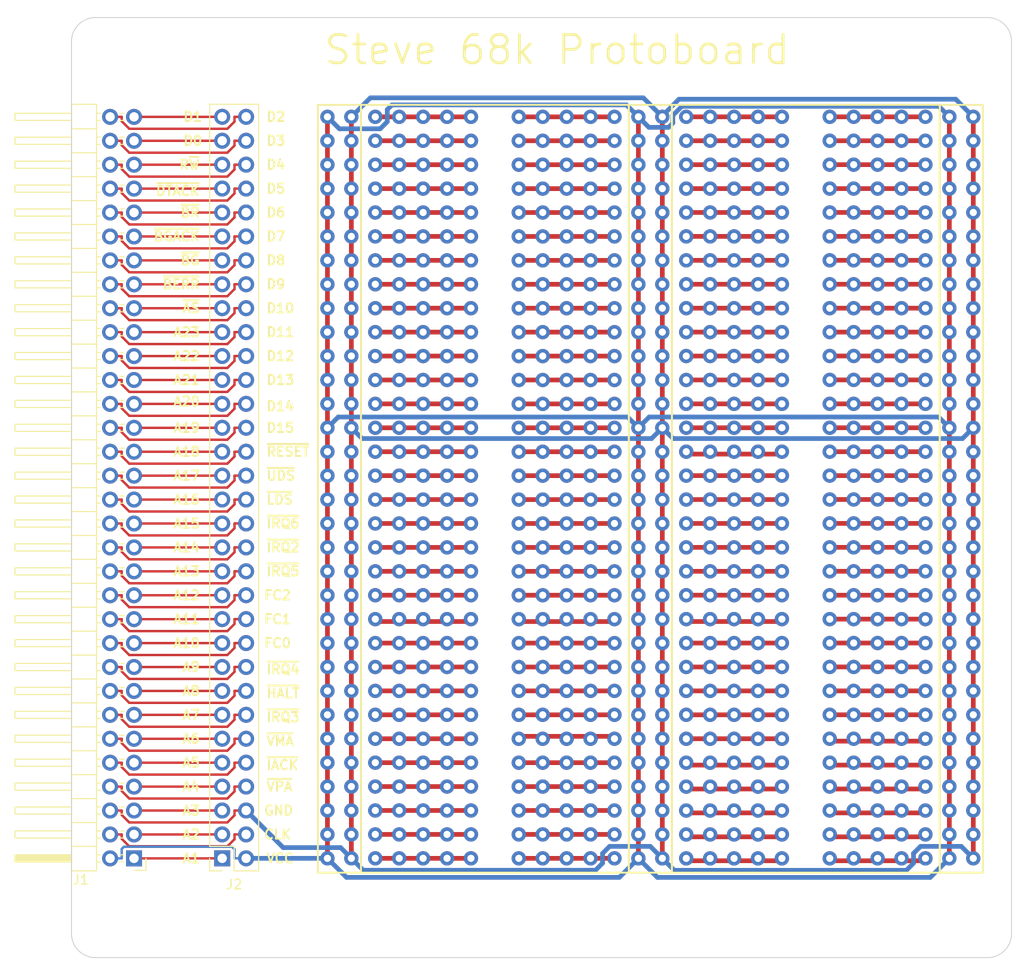
<source format=kicad_pcb>
(kicad_pcb (version 20211014) (generator pcbnew)
  (title_block (title "Minimalist Europe Card Bus (MECB) Board Template") (date "2022-02") (rev "1.0") (company "DigicoolThings.com") (comment 1 "For Minimalist Europe Card Bus (MECB).") (comment 2 "U1 PLD positioning provides for ZIF socket, otherwise change footprint to standard DIP 20.") (comment 3 "Includes a standardised 3 chip-select output PLD Address Decoder. ") (comment 4 "Schematic & standardised PCB outline Templates for creating MECB boards."))
  (layers (0 "F.Cu" signal) (31 "B.Cu" signal) (34 "B.Paste" user) (35 "F.Paste" user) (36 "B.SilkS" user "B.Silkscreen") (37 "F.SilkS" user "F.Silkscreen") (38 "B.Mask" user) (39 "F.Mask" user) (44 "Edge.Cuts" user))
  (net 0 "")
  (net 1 "GND")
  (net 2 "/A1")
  (net 3 "/A2")
  (net 4 "/A3")
  (net 5 "/A4")
  (net 6 "/A5")
  (net 7 "/A6")
  (net 8 "/A7")
  (net 9 "/A8")
  (net 10 "/A9")
  (net 11 "/A10")
  (net 12 "/A11")
  (net 13 "/A12")
  (net 14 "/A13")
  (net 15 "/A14")
  (net 16 "/A15")
  (net 17 "/A16")
  (net 18 "/A17")
  (net 19 "/A18")
  (net 20 "/A19")
  (net 21 "/A20")
  (net 22 "/A21")
  (net 23 "/A22")
  (net 24 "/A23")
  (net 25 "/~{AS}")
  (net 26 "/~{BERR}")
  (net 27 "/~{IRQ3}")
  (net 28 "/~{IRQ5}")
  (net 29 "/CLK")
  (net 30 "/D0")
  (net 31 "/D1")
  (net 32 "/D2")
  (net 33 "/D3")
  (net 34 "/D4")
  (net 35 "/D5")
  (net 36 "/D6")
  (net 37 "/D7")
  (net 38 "/D8")
  (net 39 "/D9")
  (net 40 "/D10")
  (net 41 "/D11")
  (net 42 "/D12")
  (net 43 "/D13")
  (net 44 "/D14")
  (net 45 "/D15")
  (net 46 "/~{UDS}")
  (net 47 "/~{LDS}")
  (net 48 "/R~{W}")
  (net 49 "/~{DTACK}")
  (net 50 "/~{RESET}")
  (net 51 "/~{HALT}")
  (net 52 "/FC0")
  (net 53 "/FC1")
  (net 54 "/FC2")
  (net 55 "/~{BG}")
  (net 56 "/~{BGACK}")
  (net 57 "/~{BR}")
  (net 58 "/~{VMA}")
  (net 59 "/~{VPA}")
  (net 60 "VCC")
  (net 61 "/~{IRQ4}")
  (net 62 "/~{IRQ2}")
  (net 63 "/~{IRQ6}")
  (net 64 "/~{IACK}")
  (footprint "MountingHole:MountingHole_3.2mm_M3" (layer "F.Cu") (at 192.532 50.419)
    (fp_text reference "H1" hide)
    (fp_text value "MountingHole")
  )
  (footprint "MountingHole:MountingHole_3.2mm_M3" (layer "F.Cu") (at 192.532 142.621)
    (fp_text reference "H2" hide)
    (fp_text value "MountingHole")
  )
  (footprint "MountingHole:MountingHole_3.2mm_M3" (layer "F.Cu") (at 106.172 50.419)
    (fp_text reference "H3" hide)
    (fp_text value "MountingHole")
  )
  (footprint "MountingHole:MountingHole_3.2mm_M3" (layer "F.Cu") (at 106.172 142.621)
    (fp_text reference "H4" hide)
    (fp_text value "MountingHole")
  )
  (footprint "Connector_PinSocket_2.54mm:PinSocket_2x32_P2.54mm_Vertical" (layer "F.Cu") (at 112.522 135.89 180)
    (fp_text reference "J2")
    (fp_text value "Conn_02x32_Odd_Even")
  )
  (footprint "Common:Protoboard" (layer "F.Cu") (at 164.338 72.392 90)
    (fp_text reference "REF**" hide)
    (fp_text value "Protoboard" hide)
  )
  (footprint "Common:Protoboard" (layer "F.Cu") (at 184.658 105.406)
    (fp_text reference "REF**" hide)
    (fp_text value "Protoboard" hide)
  )
  (footprint "Common:Protoboard" (layer "F.Cu") (at 169.418 64.77)
    (fp_text reference "REF**" hide)
    (fp_text value "Protoboard" hide)
  )
  (footprint "Common:Protoboard" (layer "F.Cu") (at 169.418 74.928)
    (fp_text reference "REF**" hide)
    (fp_text value "Protoboard" hide)
  )
  (footprint "Common:Protoboard" (layer "F.Cu") (at 136.398 125.73)
    (fp_text reference "REF**" hide)
    (fp_text value "Protoboard" hide)
  )
  (footprint "Common:Protoboard" (layer "F.Cu") (at 151.638 85.094)
    (fp_text reference "REF**" hide)
    (fp_text value "Protoboard" hide)
  )
  (footprint "Common:Protoboard" (layer "F.Cu") (at 164.338 59.692 90)
    (fp_text reference "REF**" hide)
    (fp_text value "Protoboard" hide)
  )
  (footprint "Common:Protoboard" (layer "F.Cu") (at 184.658 74.926)
    (fp_text reference "REF**" hide)
    (fp_text value "Protoboard" hide)
  )
  (footprint "Common:Protoboard" (layer "F.Cu") (at 136.398 110.494)
    (fp_text reference "REF**" hide)
    (fp_text value "Protoboard" hide)
  )
  (footprint "Common:Protoboard" (layer "F.Cu") (at 131.318 123.19 90)
    (fp_text reference "REF**" hide)
    (fp_text value "Protoboard" hide)
  )
  (footprint "Common:Protoboard" (layer "F.Cu") (at 169.418 90.172)
    (fp_text reference "REF**" hide)
    (fp_text value "Protoboard" hide)
  )
  (footprint "Common:Protoboard" (layer "F.Cu") (at 197.36 123.19 90)
    (fp_text reference "REF**" hide)
    (fp_text value "Protoboard" hide)
  )
  (footprint "Common:Protoboard" (layer "F.Cu") (at 151.638 140.972)
    (fp_text reference "REF**" hide)
    (fp_text value "Protoboard" hide)
  )
  (footprint "Common:Protoboard" (layer "F.Cu") (at 184.658 125.728)
    (fp_text reference "REF**" hide)
    (fp_text value "Protoboard" hide)
  )
  (footprint "Common:Protoboard" (layer "F.Cu") (at 164.338 97.792 90)
    (fp_text reference "REF**" hide)
    (fp_text value "Protoboard" hide)
  )
  (footprint "Common:Protoboard" (layer "F.Cu") (at 169.418 110.492)
    (fp_text reference "REF**" hide)
    (fp_text value "Protoboard" hide)
  )
  (footprint "Common:Protoboard" (layer "F.Cu") (at 169.418 100.33)
    (fp_text reference "REF**" hide)
    (fp_text value "Protoboard" hide)
  )
  (footprint "Common:Protoboard" (layer "F.Cu") (at 131.318 85.092 90)
    (fp_text reference "REF**" hide)
    (fp_text value "Protoboard" hide)
  )
  (footprint "Common:Protoboard" (layer "F.Cu") (at 136.398 90.174)
    (fp_text reference "REF**" hide)
    (fp_text value "Protoboard" hide)
  )
  (footprint "Common:Protoboard" (layer "F.Cu") (at 151.638 90.176)
    (fp_text reference "REF**" hide)
    (fp_text value "Protoboard" hide)
  )
  (footprint "Common:Protoboard" (layer "F.Cu") (at 136.398 140.97)
    (fp_text reference "REF**" hide)
    (fp_text value "Protoboard" hide)
  )
  (footprint "Common:Protoboard" (layer "F.Cu") (at 136.398 130.812)
    (fp_text reference "REF**" hide)
    (fp_text value "Protoboard" hide)
  )
  (footprint "Common:Protoboard" (layer "F.Cu") (at 151.638 120.654)
    (fp_text reference "REF**" hide)
    (fp_text value "Protoboard" hide)
  )
  (footprint "Common:quad" (layer "F.Cu") (at 189.738 140.972)
    (fp_text reference "REF**" hide)
    (fp_text value "quad" hide)
  )
  (footprint "Common:Protoboard" (layer "F.Cu") (at 151.638 130.814)
    (fp_text reference "REF**" hide)
    (fp_text value "Protoboard" hide)
  )
  (footprint "Common:Protoboard" (layer "F.Cu") (at 197.36 59.69 90)
    (fp_text reference "REF**" hide)
    (fp_text value "Protoboard" hide)
  )
  (footprint "Common:Protoboard" (layer "F.Cu") (at 151.638 135.89)
    (fp_text reference "REF**" hide)
    (fp_text value "Protoboard" hide)
  )
  (footprint "Common:Protoboard" (layer "F.Cu") (at 197.36 85.09 90)
    (fp_text reference "REF**" hide)
    (fp_text value "Protoboard" hide)
  )
  (footprint "Common:Protoboard" (layer "F.Cu") (at 169.418 120.65)
    (fp_text reference "REF**" hide)
    (fp_text value "Protoboard" hide)
  )
  (footprint "Common:quad" (layer "F.Cu") (at 123.698 140.97)
    (fp_text reference "RAIL1" hide)
    (fp_text value "quad" hide)
  )
  (footprint "Common:Protoboard" (layer "F.Cu") (at 136.398 115.57)
    (fp_text reference "REF**" hide)
    (fp_text value "Protoboard" hide)
  )
  (footprint "Common:Protoboard" (layer "F.Cu") (at 197.36 97.79 90)
    (fp_text reference "REF**" hide)
    (fp_text value "Protoboard" hide)
  )
  (footprint "Common:Protoboard" (layer "F.Cu") (at 151.638 110.496)
    (fp_text reference "REF**" hide)
    (fp_text value "Protoboard" hide)
  )
  (footprint "Common:Protoboard" (layer "F.Cu") (at 184.658 130.812)
    (fp_text reference "REF**" hide)
    (fp_text value "Protoboard" hide)
  )
  (footprint "Common:Protoboard" (layer "F.Cu") (at 151.638 100.334)
    (fp_text reference "REF**" hide)
    (fp_text value "Protoboard" hide)
  )
  (footprint "Common:Protoboard" (layer "F.Cu") (at 136.398 120.652)
    (fp_text reference "REF**" hide)
    (fp_text value "Protoboard" hide)
  )
  (footprint "Common:Protoboard" (layer "F.Cu") (at 184.658 85.09)
    (fp_text reference "REF**" hide)
    (fp_text value "Protoboard" hide)
  )
  (footprint "Common:Protoboard" (layer "F.Cu") (at 136.398 135.888)
    (fp_text reference "REF**" hide)
    (fp_text value "Protoboard" hide)
  )
  (footprint "Common:Protoboard" (layer "F.Cu") (at 136.398 85.092)
    (fp_text reference "REF**" hide)
    (fp_text value "Protoboard" hide)
  )
  (footprint "Connector_PinHeader_2.54mm:PinHeader_2x32_P2.54mm_Horizontal" (layer "F.Cu") (at 103.16 135.895 180)
    (fp_text reference "J1")
    (fp_text value "Conn_02x32_Odd_Even")
  )
  (footprint "Common:Protoboard" (layer "F.Cu") (at 184.658 90.166)
    (fp_text reference "REF**" hide)
    (fp_text value "Protoboard" hide)
  )
  (footprint "Common:Protoboard" (layer "F.Cu") (at 131.318 59.692 90)
    (fp_text reference "REF**" hide)
    (fp_text value "Protoboard" hide)
  )
  (footprint "Common:Protoboard" (layer "F.Cu") (at 184.658 80.008)
    (fp_text reference "REF**" hide)
    (fp_text value "Protoboard" hide)
  )
  (footprint "Common:Protoboard" (layer "F.Cu") (at 184.658 140.972)
    (fp_text reference "REF**" hide)
    (fp_text value "Protoboard" hide)
  )
  (footprint "Common:Protoboard" (layer "F.Cu") (at 184.658 115.57)
    (fp_text reference "REF**" hide)
    (fp_text value "Protoboard" hide)
  )
  (footprint "Common:Protoboard" (layer "F.Cu") (at 197.36 72.39 90)
    (fp_text reference "REF**" hide)
    (fp_text value "Protoboard" hide)
  )
  (footprint "Common:Protoboard" (layer "F.Cu") (at 136.398 74.93)
    (fp_text reference "REF**" hide)
    (fp_text value "Protoboard" hide)
  )
  (footprint "Common:Protoboard" (layer "F.Cu") (at 131.318 97.792 90)
    (fp_text reference "REF**" hide)
    (fp_text value "Protoboard" hide)
  )
  (footprint "Common:Protoboard" (layer "F.Cu") (at 136.398 64.772)
    (fp_text reference "REF**" hide)
    (fp_text value "Protoboard" hide)
  )
  (footprint "Common:Protoboard" (layer "F.Cu") (at 136.398 105.412)
    (fp_text reference "REF**" hide)
    (fp_text value "Protoboard" hide)
  )
  (footprint "Common:Protoboard" (layer "F.Cu") (at 184.658 69.85)
    (fp_text reference "REF**" hide)
    (fp_text value "Protoboard" hide)
  )
  (footprint "Common:Protoboard" (layer "F.Cu") (at 169.418 80.01)
    (fp_text reference "REF**" hide)
    (fp_text value "Protoboard" hide)
  )
  (footprint "Common:Protoboard" (layer "F.Cu") (at 136.398 80.012)
    (fp_text reference "REF**" hide)
    (fp_text value "Protoboard" hide)
  )
  (footprint "Common:Protoboard" (layer "F.Cu") (at 164.338 85.092 90)
    (fp_text reference "REF**" hide)
    (fp_text value "Protoboard" hide)
  )
  (footprint "Common:Protoboard" (layer "F.Cu") (at 184.658 120.646)
    (fp_text reference "REF**" hide)
    (fp_text value "Protoboard" hide)
  )
  (footprint "Common:Protoboard" (layer "F.Cu") (at 169.418 85.09)
    (fp_text reference "REF**" hide)
    (fp_text value "Protoboard" hide)
  )
  (footprint "Common:Protoboard" (layer "F.Cu") (at 151.638 115.572)
    (fp_text reference "REF**" hide)
    (fp_text value "Protoboard" hide)
  )
  (footprint "Common:Protoboard" (layer "F.Cu") (at 151.638 95.252)
    (fp_text reference "REF**" hide)
    (fp_text value "Protoboard" hide)
  )
  (footprint "Common:Protoboard" (layer "F.Cu") (at 169.418 105.41)
    (fp_text reference "REF**" hide)
    (fp_text value "Protoboard" hide)
  )
  (footprint "Common:Protoboard" (layer "F.Cu") (at 169.418 135.896)
    (fp_text reference "REF**" hide)
    (fp_text value "Protoboard" hide)
  )
  (footprint "Common:Protoboard" (layer "F.Cu") (at 169.418 140.976)
    (fp_text reference "REF**" hide)
    (fp_text value "Protoboard" hide)
  )
  (footprint "Common:Protoboard" (layer "F.Cu") (at 136.398 69.854)
    (fp_text reference "REF**" hide)
    (fp_text value "Protoboard" hide)
  )
  (footprint "Common:Protoboard" (layer "F.Cu") (at 184.658 135.892)
    (fp_text reference "REF**" hide)
    (fp_text value "Protoboard" hide)
  )
  (footprint "Common:Protoboard" (layer "F.Cu") (at 151.638 80.014)
    (fp_text reference "REF**" hide)
    (fp_text value "Protoboard" hide)
  )
  (footprint "Common:Protoboard" (layer "F.Cu") (at 169.418 130.816)
    (fp_text reference "REF**" hide)
    (fp_text value "Protoboard" hide)
  )
  (footprint "Common:Protoboard" (layer "F.Cu") (at 151.638 74.932)
    (fp_text reference "REF**" hide)
    (fp_text value "Protoboard" hide)
  )
  (footprint "Common:Protoboard" (layer "F.Cu") (at 184.658 64.77)
    (fp_text reference "REF**" hide)
    (fp_text value "Protoboard" hide)
  )
  (footprint "Common:Protoboard" (layer "F.Cu") (at 164.34 123.19 90)
    (fp_text reference "REF**" hide)
    (fp_text value "Protoboard" hide)
  )
  (footprint "Common:Protoboard" (layer "F.Cu") (at 151.638 105.414)
    (fp_text reference "REF**" hide)
    (fp_text value "Protoboard" hide)
  )
  (footprint "Common:Protoboard" (layer "F.Cu") (at 164.34 110.49 90)
    (fp_text reference "REF**" hide)
    (fp_text value "Protoboard" hide)
  )
  (footprint "Common:Protoboard" (layer "F.Cu") (at 151.638 64.772)
    (fp_text reference "REF**" hide)
    (fp_text value "Protoboard" hide)
  )
  (footprint "Common:Protoboard" (layer "F.Cu") (at 131.318 110.492 90)
    (fp_text reference "REF**" hide)
    (fp_text value "Protoboard" hide)
  )
  (footprint "Common:Protoboard" (layer "F.Cu") (at 169.418 69.852)
    (fp_text reference "REF**" hide)
    (fp_text value "Protoboard" hide)
  )
  (footprint "Common:Protoboard" (layer "F.Cu") (at 184.658 95.248)
    (fp_text reference "REF**" hide)
    (fp_text value "Protoboard" hide)
  )
  (footprint "Common:Protoboard" (layer "F.Cu") (at 169.418 125.73)
    (fp_text reference "REF**" hide)
    (fp_text value "Protoboard" hide)
  )
  (footprint "Common:Protoboard" (layer "F.Cu") (at 184.658 100.33)
    (fp_text reference "REF**" hide)
    (fp_text value "Protoboard" hide)
  )
  (footprint "Common:Protoboard" (layer "F.Cu") (at 184.658 110.488)
    (fp_text reference "REF**" hide)
    (fp_text value "Protoboard" hide)
  )
  (footprint "Common:Protoboard" (layer "F.Cu") (at 169.418 95.248)
    (fp_text reference "REF**" hide)
    (fp_text value "Protoboard" hide)
  )
  (footprint "Common:Protoboard" (layer "F.Cu") (at 151.638 125.73)
    (fp_text reference "REF**" hide)
    (fp_text value "Protoboard" hide)
  )
  (footprint "Common:Protoboard" (layer "F.Cu") (at 197.36 110.49 90)
    (fp_text reference "REF**" hide)
    (fp_text value "Protoboard" hide)
  )
  (footprint "Common:Protoboard" (layer "F.Cu") (at 136.398 100.332)
    (fp_text reference "REF**" hide)
    (fp_text value "Protoboard" hide)
  )
  (footprint "Common:quad" (layer "F.Cu") (at 156.718 140.974)
    (fp_text reference "REF**" hide)
    (fp_text value "quad" hide)
  )
  (footprint "Common:Protoboard" (layer "F.Cu") (at 169.418 115.568)
    (fp_text reference "REF**" hide)
    (fp_text value "Protoboard" hide)
  )
  (footprint "Common:Protoboard" (layer "F.Cu") (at 151.638 69.856)
    (fp_text reference "REF**" hide)
    (fp_text value "Protoboard" hide)
  )
  (footprint "Common:Protoboard" (layer "F.Cu") (at 136.398 95.25)
    (fp_text reference "REF**" hide)
    (fp_text value "Protoboard" hide)
  )
  (footprint "Common:Protoboard" (layer "F.Cu") (at 131.318 72.392 90)
    (fp_text reference "REF**" hide)
    (fp_text value "Protoboard" hide)
  )
  (gr_rect (start 127.254 55.88) (end 155.702 137.414) (layer "F.SilkS") (width 0.2) (fill none))
  (gr_rect (start 155.702 55.88) (end 160.274 137.414) (layer "F.SilkS") (width 0.2) (fill none))
  (gr_rect (start 122.682 55.88) (end 127.254 137.414) (layer "F.SilkS") (width 0.2) (fill none))
  (gr_rect (start 188.722 55.88) (end 193.294 137.414) (layer "F.SilkS") (width 0.2) (fill none))
  (gr_rect (start 160.274 55.88) (end 188.722 137.414) (layer "F.SilkS") (width 0.2) (fill none))
  (gr_arc (start 196.342 143.891) (mid 195.598051 145.687051) (end 193.802 146.431) (layer "Edge.Cuts") (width 0.1))
  (gr_line (start 193.802 46.609) (end 99.06 46.609) (layer "Edge.Cuts") (width 0.1))
  (gr_arc (start 193.802 46.609) (mid 195.598051 47.352949) (end 196.342 49.149) (layer "Edge.Cuts") (width 0.1))
  (gr_line (start 196.342 143.891) (end 196.342 49.149) (layer "Edge.Cuts") (width 0.1))
  (gr_line (start 99.06 146.431) (end 193.802 146.431) (layer "Edge.Cuts") (width 0.1))
  (gr_arc (start 96.52 49.149) (mid 97.263949 47.352949) (end 99.06 46.609) (layer "Edge.Cuts") (width 0.1))
  (gr_line (start 96.52 49.149) (end 96.52 143.891) (layer "Edge.Cuts") (width 0.1))
  (gr_arc (start 99.06 146.431) (mid 97.263949 145.687051) (end 96.52 143.891) (layer "Edge.Cuts") (width 0.1))
  (gr_text "A1" (at 110.256 135.89) (layer "F.SilkS") (effects (font (size 1 1) (thickness 0.2)) (justify right)))
  (gr_text "R~{W}" (at 110.256 62.23) (layer "F.SilkS") (effects (font (size 1 1) (thickness 0.2)) (justify right)))
  (gr_text "A14" (at 110.256 102.87) (layer "F.SilkS") (effects (font (size 1 1) (thickness 0.2)) (justify right)))
  (gr_text "A23" (at 110.256 80.01) (layer "F.SilkS") (effects (font (size 1 1) (thickness 0.2)) (justify right)))
  (gr_text "~{IRQ4}" (at 117.114 115.824) (layer "F.SilkS") (effects (font (size 1 1) (thickness 0.2)) (justify left)))
  (gr_text "GND" (at 116.86 130.81) (layer "F.SilkS") (effects (font (size 1 1) (thickness 0.2)) (justify left)))
  (gr_text "A6" (at 110.256 123.19) (layer "F.SilkS") (effects (font (size 1 1) (thickness 0.2)) (justify right)))
  (gr_text "D9" (at 117.114 74.93) (layer "F.SilkS") (effects (font (size 1 1) (thickness 0.2)) (justify left)))
  (gr_text "D12" (at 117.114 82.55) (layer "F.SilkS") (effects (font (size 1 1) (thickness 0.2)) (justify left)))
  (gr_text "A13" (at 110.256 105.41) (layer "F.SilkS") (effects (font (size 1 1) (thickness 0.2)) (justify right)))
  (gr_text "A17" (at 110.256 95.25) (layer "F.SilkS") (effects (font (size 1 1) (thickness 0.2)) (justify right)))
  (gr_text "A5" (at 110.256 125.73) (layer "F.SilkS") (effects (font (size 1 1) (thickness 0.2)) (justify right)))
  (gr_text "D5" (at 117.114 64.77) (layer "F.SilkS") (effects (font (size 1 1) (thickness 0.2)) (justify left)))
  (gr_text "A2" (at 110.256 133.35) (layer "F.SilkS") (effects (font (size 1 1) (thickness 0.2)) (justify right)))
  (gr_text "~{LDS}" (at 117.114 97.79) (layer "F.SilkS") (effects (font (size 1 1) (thickness 0.2)) (justify left)))
  (gr_text "A11" (at 110.256 110.49) (layer "F.SilkS") (effects (font (size 1 1) (thickness 0.2)) (justify right)))
  (gr_text "~{IRQ6}" (at 117.114 100.33) (layer "F.SilkS") (effects (font (size 1 1) (thickness 0.2)) (justify left)))
  (gr_text "D2" (at 117.114 57.15) (layer "F.SilkS") (effects (font (size 1 1) (thickness 0.2)) (justify left)))
  (gr_text "~{HALT}" (at 117.114 118.364) (layer "F.SilkS") (effects (font (size 1 1) (thickness 0.2)) (justify left)))
  (gr_text "VCC" (at 117.114 135.89) (layer "F.SilkS") (effects (font (size 1 1) (thickness 0.2)) (justify left)))
  (gr_text "A18" (at 110.256 92.71) (layer "F.SilkS") (effects (font (size 1 1) (thickness 0.2)) (justify right)))
  (gr_text "~{IRQ5}" (at 117.114 105.41) (layer "F.SilkS") (effects (font (size 1 1) (thickness 0.2)) (justify left)))
  (gr_text "A12" (at 110.256 107.95) (layer "F.SilkS") (effects (font (size 1 1) (thickness 0.2)) (justify right)))
  (gr_text "FC2" (at 116.86 107.95) (layer "F.SilkS") (effects (font (size 1 1) (thickness 0.2)) (justify left)))
  (gr_text "A15" (at 110.256 100.33) (layer "F.SilkS") (effects (font (size 1 1) (thickness 0.2)) (justify right)))
  (gr_text "~{AS}" (at 110.256 77.47) (layer "F.SilkS") (effects (font (size 1 1) (thickness 0.2)) (justify right)))
  (gr_text "FC0" (at 116.86 113.03) (layer "F.SilkS") (effects (font (size 1 1) (thickness 0.2)) (justify left)))
  (gr_text "D8" (at 117.114 72.39) (layer "F.SilkS") (effects (font (size 1 1) (thickness 0.2)) (justify left)))
  (gr_text "A20" (at 110.256 87.376) (layer "F.SilkS") (effects (font (size 1 1) (thickness 0.2)) (justify right)))
  (gr_text "~{IRQ2}" (at 117.114 102.87) (layer "F.SilkS") (effects (font (size 1 1) (thickness 0.2)) (justify left)))
  (gr_text "FC1" (at 116.86 110.49) (layer "F.SilkS") (effects (font (size 1 1) (thickness 0.2)) (justify left)))
  (gr_text "~{RESET}" (at 117.114 92.71) (layer "F.SilkS") (effects (font (size 1 1) (thickness 0.2)) (justify left)))
  (gr_text "~{BG}" (at 110.256 72.39) (layer "F.SilkS") (effects (font (size 1 1) (thickness 0.2)) (justify right)))
  (gr_text "D6" (at 117.114 67.31) (layer "F.SilkS") (effects (font (size 1 1) (thickness 0.2)) (justify left)))
  (gr_text "A21" (at 110.256 85.09) (layer "F.SilkS") (effects (font (size 1 1) (thickness 0.2)) (justify right)))
  (gr_text "D10" (at 117.114 77.47) (layer "F.SilkS") (effects (font (size 1 1) (thickness 0.2)) (justify left)))
  (gr_text "~{UDS}" (at 117.114 95.25) (layer "F.SilkS") (effects (font (size 1 1) (thickness 0.2)) (justify left)))
  (gr_text "A8" (at 110.256 118.11) (layer "F.SilkS") (effects (font (size 1 1) (thickness 0.2)) (justify right)))
  (gr_text "D3" (at 117.114 59.69) (layer "F.SilkS") (effects (font (size 1 1) (thickness 0.2)) (justify left)))
  (gr_text "D11" (at 117.114 80.01) (layer "F.SilkS") (effects (font (size 1 1) (thickness 0.2)) (justify left)))
  (gr_text "~{IACK}" (at 117.114 125.984) (layer "F.SilkS") (effects (font (size 1 1) (thickness 0.2)) (justify left)))
  (gr_text "D14" (at 117.114 87.884) (layer "F.SilkS") (effects (font (size 1 1) (thickness 0.2)) (justify left)))
  (gr_text "A4" (at 110.256 128.27) (layer "F.SilkS") (effects (font (size 1 1) (thickness 0.2)) (justify right)))
  (gr_text "~{VPA}" (at 117.114 128.27) (layer "F.SilkS") (effects (font (size 1 1) (thickness 0.2)) (justify left)))
  (gr_text "D1" (at 110.51 57.15) (layer "F.SilkS") (effects (font (size 1 1) (thickness 0.2)) (justify right)))
  (gr_text "~{DTACK}" (at 110.256 65.024) (layer "F.SilkS") (effects (font (size 1 1) (thickness 0.2)) (justify right)))
  (gr_text "Steve 68k Protoboard" (at 148.082 50.038) (layer "F.SilkS") (effects (font (size 3 3) (thickness 0.3))))
  (gr_text "~{VMA}" (at 117.114 123.444) (layer "F.SilkS") (effects (font (size 1 1) (thickness 0.2)) (justify left)))
  (gr_text "A7" (at 110.256 120.65) (layer "F.SilkS") (effects (font (size 1 1) (thickness 0.2)) (justify right)))
  (gr_text "A9" (at 110.256 115.57) (layer "F.SilkS") (effects (font (size 1 1) (thickness 0.2)) (justify right)))
  (gr_text "~{IRQ3}" (at 117.114 120.904) (layer "F.SilkS") (effects (font (size 1 1) (thickness 0.2)) (justify left)))
  (gr_text "D0" (at 110.51 59.69) (layer "F.SilkS") (effects (font (size 1 1) (thickness 0.2)) (justify right)))
  (gr_text "A22" (at 110.256 82.55) (layer "F.SilkS") (effects (font (size 1 1) (thickness 0.2)) (justify right)))
  (gr_text "D4" (at 117.114 62.23) (layer "F.SilkS") (effects (font (size 1 1) (thickness 0.2)) (justify left)))
  (gr_text "D7" (at 117.114 69.85) (layer "F.SilkS") (effects (font (size 1 1) (thickness 0.2)) (justify left)))
  (gr_text "A10" (at 110.256 113.03) (layer "F.SilkS") (effects (font (size 1 1) (thickness 0.2)) (justify right)))
  (gr_text "A19" (at 110.256 90.17) (layer "F.SilkS") (effects (font (size 1 1) (thickness 0.2)) (justify right)))
  (gr_text "A3" (at 110.256 130.81) (layer "F.SilkS") (effects (font (size 1 1) (thickness 0.2)) (justify right)))
  (gr_text "~{BERR}" (at 110.256 74.93) (layer "F.SilkS") (effects (font (size 1 1) (thickness 0.2)) (justify right)))
  (gr_text "~{BR}" (at 110.256 67.31) (layer "F.SilkS") (effects (font (size 1 1) (thickness 0.2)) (justify right)))
  (gr_text "CLK" (at 116.86 133.35) (layer "F.SilkS") (effects (font (size 1 1) (thickness 0.2)) (justify left)))
  (gr_text "D15" (at 117.114 90.17) (layer "F.SilkS") (effects (font (size 1 1) (thickness 0.2)) (justify left)))
  (gr_text "A16" (at 110.256 97.79) (layer "F.SilkS") (effects (font (size 1 1) (thickness 0.2)) (justify right)))
  (gr_text "~{BGACK}" (at 110.256 69.85) (layer "F.SilkS") (effects (font (size 1 1) (thickness 0.2)) (justify right)))
  (gr_text "D13" (at 117.114 85.09) (layer "F.SilkS") (effects (font (size 1 1) (thickness 0.2)) (justify left)))
  (segment (start 128.778 85.094) (end 138.938 85.094) (width 0.5) (layer "F.Cu") (net 0))
  (segment (start 177.038 67.306) (end 187.198 67.306) (width 0.5) (layer "F.Cu") (net 0))
  (segment (start 144.018 82.556) (end 154.178 82.556) (width 0.5) (layer "F.Cu") (net 0))
  (segment (start 128.778 64.774) (end 138.938 64.774) (width 0.5) (layer "F.Cu") (net 0))
  (segment (start 144.018 100.334) (end 154.178 100.334) (width 0.5) (layer "F.Cu") (net 0))
  (segment (start 177.038 62.23) (end 187.198 62.23) (width 0.5) (layer "F.Cu") (net 0))
  (segment (start 144.018 122.936) (end 154.178 122.936) (width 0.5) (layer "F.Cu") (net 0))
  (segment (start 128.778 125.732) (end 138.938 125.732) (width 0.5) (layer "F.Cu") (net 0))
  (segment (start 128.778 77.472) (end 138.938 77.472) (width 0.5) (layer "F.Cu") (net 0))
  (segment (start 128.778 67.31) (end 138.938 67.31) (width 0.5) (layer "F.Cu") (net 0))
  (segment (start 161.798 67.308) (end 171.958 67.308) (width 0.5) (layer "F.Cu") (net 0))
  (segment (start 144.018 118.11) (end 154.178 118.11) (width 0.5) (layer "F.Cu") (net 0))
  (segment (start 161.798 77.47) (end 171.958 77.47) (width 0.5) (layer "F.Cu") (net 0))
  (segment (start 161.798 72.39) (end 171.958 72.39) (width 0.5) (layer "F.Cu") (net 0))
  (segment (start 177.038 77.47) (end 187.198 77.47) (width 0.5) (layer "F.Cu") (net 0))
  (segment (start 144.018 69.852) (end 154.178 69.852) (width 0.5) (layer "F.Cu") (net 0))
  (segment (start 144.018 85.096) (end 154.178 85.096) (width 0.5) (layer "F.Cu") (net 0))
  (segment (start 128.778 100.332) (end 138.938 100.332) (width 0.5) (layer "F.Cu") (net 0))
  (segment (start 161.798 125.988) (end 171.958 125.988) (width 0.5) (layer "F.Cu") (net 0))
  (segment (start 161.798 136.146) (end 171.958 136.146) (width 0.5) (layer "F.Cu") (net 0))
  (segment (start 161.798 97.79) (end 171.958 97.79) (width 0.5) (layer "F.Cu") (net 0))
  (segment (start 161.798 120.65) (end 171.958 120.65) (width 0.5) (layer "F.Cu") (net 0))
  (segment (start 128.778 135.89) (end 138.938 135.89) (width 0.5) (layer "F.Cu") (net 0))
  (segment (start 177.038 102.868) (end 187.198 102.868) (width 0.5) (layer "F.Cu") (net 0))
  (segment (start 144.018 74.934) (end 154.178 74.934) (width 0.5) (layer "F.Cu") (net 0))
  (segment (start 161.798 128.524) (end 171.958 128.524) (width 0.5) (layer "F.Cu") (net 0))
  (segment (start 128.778 128.268) (end 138.938 128.268) (width 0.5) (layer "F.Cu") (net 0))
  (segment (start 128.778 102.874) (end 138.938 102.874) (width 0.5) (layer "F.Cu") (net 0))
  (segment (start 177.038 95.25) (end 187.198 95.25) (width 0.5) (layer "F.Cu") (net 0))
  (segment (start 144.018 115.574) (end 154.178 115.574) (width 0.5) (layer "F.Cu") (net 0))
  (segment (start 128.778 87.63) (end 138.938 87.63) (width 0.5) (layer "F.Cu") (net 0))
  (segment (start 144.018 102.876) (end 154.178 102.876) (width 0.5) (layer "F.Cu") (net 0))
  (segment (start 161.798 64.772) (end 171.958 64.772) (width 0.5) (layer "F.Cu") (net 0))
  (segment (start 161.798 123.19) (end 171.958 123.19) (width 0.5) (layer "F.Cu") (net 0))
  (segment (start 161.798 107.948) (end 171.958 107.948) (width 0.5) (layer "F.Cu") (net 0))
  (segment (start 177.292 131.064) (end 187.452 131.064) (width 0.5) (layer "F.Cu") (net 0))
  (segment (start 161.798 118.11) (end 171.958 118.11) (width 0.5) (layer "F.Cu") (net 0))
  (segment (start 128.778 123.192) (end 138.938 123.192) (width 0.5) (layer "F.Cu") (net 0))
  (segment (start 128.778 115.572) (end 138.938 115.572) (width 0.5) (layer "F.Cu") (net 0))
  (segment (start 177.038 107.95) (end 187.198 107.95) (width 0.5) (layer "F.Cu") (net 0))
  (segment (start 144.018 128.27) (end 154.178 128.27) (width 0.5) (layer "F.Cu") (net 0))
  (segment (start 128.778 74.932) (end 138.938 74.932) (width 0.5) (layer "F.Cu") (net 0))
  (segment (start 162.306 57.15) (end 172.466 57.15) (width 0.5) (layer "F.Cu") (net 0))
  (segment (start 161.798 85.092) (end 171.958 85.092) (width 0.5) (layer "F.Cu") (net 0))
  (segment (start 177.038 97.786) (end 187.198 97.786) (width 0.5) (layer "F.Cu") (net 0))
  (segment (start 144.018 80.014) (end 154.178 80.014) (width 0.5) (layer "F.Cu") (net 0))
  (segment (start 154.178 92.714) (end 144.018 92.714) (width 0.5) (layer "F.Cu") (net 0))
  (segment (start 161.798 82.552) (end 171.958 82.552) (width 0.5) (layer "F.Cu") (net 0))
  (segment (start 161.798 80.01) (end 171.958 80.01) (width 0.5) (layer "F.Cu") (net 0))
  (segment (start 144.018 64.776) (end 154.178 64.776) (width 0.5) (layer "F.Cu") (net 0))
  (segment (start 144.018 87.632) (end 154.178 87.632) (width 0.5) (layer "F.Cu") (net 0))
  (segment (start 161.798 95.25) (end 171.958 95.25) (width 0.5) (layer "F.Cu") (net 0))
  (segment (start 177.546 57.15) (end 187.706 57.15) (width 0.5) (layer "F.Cu") (net 0))
  (segment (start 128.778 113.032) (end 138.938 113.032) (width 0.5) (layer "F.Cu") (net 0))
  (segment (start 161.798 102.872) (end 171.958 102.872) (width 0.5) (layer "F.Cu") (net 0))
  (segment (start 144.018 107.952) (end 154.178 107.952) (width 0.5) (layer "F.Cu") (net 0))
  (segment (start 161.798 92.964) (end 171.958 92.964) (width 0.5) (layer "F.Cu") (net 0))
  (segment (start 128.778 110.744) (end 138.938 110.744) (width 0.5) (layer "F.Cu") (net 0))
  (segment (start 144.018 67.312) (end 154.178 67.312) (width 0.5) (layer "F.Cu") (net 0))
  (segment (start 144.018 105.416) (end 154.178 105.416) (width 0.5) (layer "F.Cu") (net 0))
  (segment (start 177.292 136.146) (end 187.452 136.146) (width 0.5) (layer "F.Cu") (net 0))
  (segment (start 144.018 62.236) (end 154.178 62.236) (width 0.5) (layer "F.Cu") (net 0))
  (segment (start 144.018 90.172) (end 154.178 90.172) (width 0.5) (layer "F.Cu") (net 0))
  (segment (start 128.778 69.85) (end 138.938 69.85) (width 0.5) (layer "F.Cu") (net 0))
  (segment (start 128.778 90.17) (end 138.938 90.17) (width 0.5) (layer "F.Cu") (net 0))
  (segment (start 128.778 80.012) (end 138.938 80.012) (width 0.5) (layer "F.Cu") (net 0))
  (segment (start 161.798 110.742) (end 171.958 110.742) (width 0.5) (layer "F.Cu") (net 0))
  (segment (start 144.018 130.81) (end 154.178 130.81) (width 0.5) (layer "F.Cu") (net 0))
  (segment (start 177.038 115.566) (end 187.198 115.566) (width 0.5) (layer "F.Cu") (net 0))
  (segment (start 177.292 123.448) (end 187.452 123.448) (width 0.5) (layer "F.Cu") (net 0))
  (segment (start 144.018 110.746) (end 154.178 110.746) (width 0.5) (layer "F.Cu") (net 0))
  (segment (start 161.798 74.93) (end 171.958 74.93) (width 0.5) (layer "F.Cu") (net 0))
  (segment (start 177.038 92.71) (end 187.198 92.71) (width 0.5) (layer "F.Cu") (net 0))
  (segment (start 161.798 59.69) (end 171.958 59.69) (width 0.5) (layer "F.Cu") (net 0))
  (segment (start 177.038 105.408) (end 187.198 105.408) (width 0.5) (layer "F.Cu") (net 0))
  (segment (start 144.018 125.734) (end 154.178 125.734) (width 0.5) (layer "F.Cu") (net 0))
  (segment (start 128.778 72.392) (end 138.938 72.392) (width 0.5) (layer "F.Cu") (net 0))
  (segment (start 161.798 69.848) (end 171.958 69.848) (width 0.5) (layer "F.Cu") (net 0))
  (segment (start 128.778 92.712) (end 138.938 92.712) (width 0.5) (layer "F.Cu") (net 0))
  (segment (start 128.778 97.792) (end 138.938 97.792) (width 0.5) (layer "F.Cu") (net 0))
  (segment (start 144.018 57.152) (end 154.178 57.152) (width 0.5) (layer "F.Cu") (net 0))
  (segment (start 128.778 107.95) (end 138.938 107.95) (width 0.5) (layer "F.Cu") (net 0))
  (segment (start 144.018 97.794) (end 154.178 97.794) (width 0.5) (layer "F.Cu") (net 0))
  (segment (start 161.798 131.064) (end 171.958 131.064) (width 0.5) (layer "F.Cu") (net 0))
  (segment (start 177.038 64.77) (end 187.198 64.77) (width 0.5) (layer "F.Cu") (net 0))
  (segment (start 144.018 59.692) (end 154.178 59.692) (width 0.5) (layer "F.Cu") (net 0))
  (segment (start 161.798 113.03) (end 171.958 113.03) (width 0.5) (layer "F.Cu") (net 0))
  (segment (start 177.292 133.606) (end 187.452 133.606) (width 0.5) (layer "F.Cu") (net 0))
  (segment (start 177.038 113.026) (end 187.198 113.026) (width 0.5) (layer "F.Cu") (net 0))
  (segment (start 177.038 87.628) (end 187.198 87.628) (width 0.5) (layer "F.Cu") (net 0))
  (segment (start 161.798 87.628) (end 171.958 87.628) (width 0.5) (layer "F.Cu") (net 0))
  (segment (start 128.778 118.11) (end 138.938 118.11) (width 0.5) (layer "F.Cu") (net 0))
  (segment (start 128.778 95.252) (end 138.938 95.252) (width 0.5) (layer "F.Cu") (net 0))
  (segment (start 177.038 90.168) (end 187.198 90.168) (width 0.5) (layer "F.Cu") (net 0))
  (segment (start 128.778 133.35) (end 138.938 133.35) (width 0.5) (layer "F.Cu") (net 0))
  (segment (start 144.018 113.034) (end 154.178 113.034) (width 0.5) (layer "F.Cu") (net 0))
  (segment (start 128.778 120.65) (end 138.938 120.65) (width 0.5) (layer "F.Cu") (net 0))
  (segment (start 144.018 95.254) (end 154.178 95.254) (width 0.5) (layer "F.Cu") (net 0))
  (segment (start 177.038 118.108) (end 187.198 118.108) (width 0.5) (layer "F.Cu") (net 0))
  (segment (start 128.778 57.152) (end 138.938 57.152) (width 0.5) (layer "F.Cu") (net 0))
  (segment (start 177.292 128.524) (end 187.452 128.524) (width 0.5) (layer "F.Cu") (net 0))
  (segment (start 144.018 72.394) (end 154.178 72.394) (width 0.5) (layer "F.Cu") (net 0))
  (segment (start 128.778 82.554) (end 138.938 82.554) (width 0.5) (layer "F.Cu") (net 0))
  (segment (start 144.018 77.474) (end 154.178 77.474) (width 0.5) (layer "F.Cu") (net 0))
  (segment (start 177.038 69.846) (end 187.198 69.846) (width 0.5) (layer "F.Cu") (net 0))
  (segment (start 177.038 74.928) (end 187.198 74.928) (width 0.5) (layer "F.Cu") (net 0))
  (segment (start 128.778 59.692) (end 138.938 59.692) (width 0.5) (layer "F.Cu") (net 0))
  (segment (start 128.778 62.234) (end 138.938 62.234) (width 0.5) (layer "F.Cu") (net 0))
  (segment (start 161.798 115.57) (end 171.958 115.57) (width 0.5) (layer "F.Cu") (net 0))
  (segment (start 144.018 133.352) (end 154.178 133.352) (width 0.5) (layer "F.Cu") (net 0))
  (segment (start 177.038 72.388) (end 187.198 72.388) (width 0.5) (layer "F.Cu") (net 0))
  (segment (start 128.778 130.808) (end 138.938 130.808) (width 0.5) (layer "F.Cu") (net 0))
  (segment (start 177.292 125.988) (end 187.452 125.988) (width 0.5) (layer "F.Cu") (net 0))
  (segment (start 177.038 82.546) (end 187.198 82.546) (width 0.5) (layer "F.Cu") (net 0))
  (segment (start 177.038 85.086) (end 187.198 85.086) (width 0.5) (layer "F.Cu") (net 0))
  (segment (start 161.798 133.606) (end 171.958 133.606) (width 0.5) (layer "F.Cu") (net 0))
  (segment (start 161.798 100.33) (end 171.958 100.33) (width 0.5) (layer "F.Cu") (net 0))
  (segment (start 128.778 105.414) (end 138.938 105.414) (width 0.5) (layer "F.Cu") (net 0))
  (segment (start 161.798 90.168) (end 171.958 90.168) (width 0.5) (layer "F.Cu") (net 0))
  (segment (start 161.798 62.232) (end 171.958 62.232) (width 0.5) (layer "F.Cu") (net 0))
  (segment (start 177.038 100.326) (end 187.198 100.326) (width 0.5) (layer "F.Cu") (net 0))
  (segment (start 144.018 135.892) (end 154.178 135.892) (width 0.5) (layer "F.Cu") (net 0))
  (segment (start 177.038 120.648) (end 187.198 120.648) (width 0.5) (layer "F.Cu") (net 0))
  (segment (start 144.018 120.65) (end 154.178 120.65) (width 0.5) (layer "F.Cu") (net 0))
  (segment (start 161.798 105.412) (end 171.958 105.412) (width 0.5) (layer "F.Cu") (net 0))
  (segment (start 177.038 110.49) (end 187.198 110.49) (width 0.5) (layer "F.Cu") (net 0))
  (segment (start 177.038 80.01) (end 187.198 80.01) (width 0.5) (layer "F.Cu") (net 0))
  (segment (start 177.038 59.69) (end 187.198 59.69) (width 0.5) (layer "F.Cu") (net 0))
  (segment (start 115.062 130.81) (end 113.8307 130.81) (width 0.254) (layer "F.Cu") (net 1))
  (segment (start 101.8513 130.815) (end 101.8513 131.2767) (width 0.254) (layer "F.Cu") (net 1))
  (segment (start 159.258 135.894) (end 159.258 130.814) (width 0.5) (layer "F.Cu") (net 1))
  (segment (start 100.62 130.815) (end 101.8513 130.815) (width 0.254) (layer "F.Cu") (net 1))
  (segment (start 192.28 135.89) (end 192.278 135.892) (width 0.2) (layer "F.Cu") (net 1))
  (segment (start 192.28 57.15) (end 192.28 135.89) (width 0.5) (layer "F.Cu") (net 1))
  (segment (start 159.258 67.312) (end 159.258 130.808) (width 0.5) (layer "F.Cu") (net 1))
  (segment (start 126.238 67.312) (end 126.238 57.152) (width 0.5) (layer "F.Cu") (net 1))
  (segment (start 113.8307 131.3202) (end 113.8307 130.81) (width 0.254) (layer "F.Cu") (net 1))
  (segment (start 159.258 67.312) (end 159.258 57.152) (width 0.5) (layer "F.Cu") (net 1))
  (segment (start 126.238 135.89) (end 126.238 130.81) (width 0.5) (layer "F.Cu") (net 1))
  (segment (start 126.238 130.81) (end 126.238 67.312) (width 0.5) (layer "F.Cu") (net 1))
  (segment (start 101.8513 131.2767) (end 102.6546 132.08) (width 0.254) (layer "F.Cu") (net 1))
  (segment (start 113.0709 132.08) (end 113.8307 131.3202) (width 0.254) (layer "F.Cu") (net 1))
  (segment (start 102.6546 132.08) (end 113.0709 132.08) (width 0.254) (layer "F.Cu") (net 1))
  (segment (start 159.258 130.808) (end 159.26 130.81) (width 0.5) (layer "F.Cu") (net 1))
  (segment (start 152.912489 136.407215) (end 152.912489 135.367807) (width 0.5) (layer "B.Cu") (net 1))
  (segment (start 158.115489 91.314511) (end 127.380511 91.314511) (width 0.5) (layer "B.Cu") (net 1))
  (segment (start 192.28 57.15) (end 190.410969 55.280969) (width 0.5) (layer "B.Cu") (net 1))
  (segment (start 159.258 90.172) (end 158.115489 91.314511) (width 0.5) (layer "B.Cu") (net 1))
  (segment (start 153.660296 134.62) (end 157.984 134.62) (width 0.5) (layer "B.Cu") (net 1))
  (segment (start 118.999489 134.747489) (end 125.095489 134.747489) (width 0.5) (layer "B.Cu") (net 1))
  (segment (start 185.932489 136.407215) (end 185.932489 135.367807) (width 0.5) (layer "B.Cu") (net 1))
  (segment (start 191.135489 91.314511) (end 160.400511 91.314511) (width 0.5) (layer "B.Cu") (net 1))
  (segment (start 157.238969 55.132969) (end 128.257031 55.132969) (width 0.5) (layer "B.Cu") (net 1))
  (segment (start 185.178193 137.161511) (end 185.932489 136.407215) (width 0.5) (layer "B.Cu") (net 1))
  (segment (start 126.238 135.89) (end 127.505511 137.157511) (width 0.5) (layer "B.Cu") (net 1))
  (segment (start 159.258 57.152) (end 157.238969 55.132969) (width 0.5) (layer "B.Cu") (net 1))
  (segment (start 115.062 130.81) (end 118.999489 134.747489) (width 0.5) (layer "B.Cu") (net 1))
  (segment (start 185.932489 135.367807) (end 186.680296 134.62) (width 0.5) (layer "B.Cu") (net 1))
  (segment (start 159.258 135.894) (end 160.525511 137.161511) (width 0.5) (layer "B.Cu") (net 1))
  (segment (start 190.410969 55.280969) (end 161.023821 55.280969) (width 0.5) (layer "B.Cu") (net 1))
  (segment (start 128.257031 55.132969) (end 126.238 57.152) (width 0.5) (layer "B.Cu") (net 1))
  (segment (start 186.680296 134.62) (end 191.006 134.62) (width 0.5) (layer "B.Cu") (net 1))
  (segment (start 160.400511 91.314511) (end 159.258 90.172) (width 0.5) (layer "B.Cu") (net 1))
  (segment (start 152.912489 135.367807) (end 153.660296 134.62) (width 0.5) (layer "B.Cu") (net 1))
  (segment (start 157.984 134.62) (end 159.258 135.894) (width 0.5) (layer "B.Cu") (net 1))
  (segment (start 152.162193 137.157511) (end 152.912489 136.407215) (width 0.5) (layer "B.Cu") (net 1))
  (segment (start 125.095489 134.747489) (end 126.238 135.89) (width 0.5) (layer "B.Cu") (net 1))
  (segment (start 160.525511 137.161511) (end 185.178193 137.161511) (width 0.5) (layer "B.Cu") (net 1))
  (segment (start 191.006 134.62) (end 192.278 135.892) (width 0.5) (layer "B.Cu") (net 1))
  (segment (start 161.023821 55.280969) (end 159.258 57.04679) (width 0.5) (layer "B.Cu") (net 1))
  (segment (start 159.258 57.04679) (end 159.258 57.152) (width 0.5) (layer "B.Cu") (net 1))
  (segment (start 192.28 90.17) (end 191.135489 91.314511) (width 0.5) (layer "B.Cu") (net 1))
  (segment (start 127.505511 137.157511) (end 152.162193 137.157511) (width 0.5) (layer "B.Cu") (net 1))
  (segment (start 127.380511 91.314511) (end 126.238 90.172) (width 0.5) (layer "B.Cu") (net 1))
  (segment (start 111.2857 135.895) (end 111.2907 135.89) (width 0.254) (layer "F.Cu") (net 2))
  (segment (start 103.16 135.895) (end 111.2857 135.895) (width 0.254) (layer "F.Cu") (net 2))
  (segment (start 112.522 135.89) (end 111.2907 135.89) (width 0.254) (layer "F.Cu") (net 2))
  (segment (start 111.2857 133.355) (end 111.2907 133.35) (width 0.254) (layer "F.Cu") (net 3))
  (segment (start 112.522 133.35) (end 111.2907 133.35) (width 0.254) (layer "F.Cu") (net 3))
  (segment (start 103.16 133.355) (end 111.2857 133.355) (width 0.254) (layer "F.Cu") (net 3))
  (segment (start 112.522 130.81) (end 111.2907 130.81) (width 0.254) (layer "F.Cu") (net 4))
  (segment (start 103.16 130.815) (end 111.2857 130.815) (width 0.254) (layer "F.Cu") (net 4))
  (segment (start 111.2857 130.815) (end 111.2907 130.81) (width 0.254) (layer "F.Cu") (net 4))
  (segment (start 103.16 128.275) (end 111.2857 128.275) (width 0.254) (layer "F.Cu") (net 5))
  (segment (start 111.2857 128.275) (end 111.2907 128.27) (width 0.254) (layer "F.Cu") (net 5))
  (segment (start 112.522 128.27) (end 111.2907 128.27) (width 0.254) (layer "F.Cu") (net 5))
  (segment (start 112.522 125.73) (end 111.2907 125.73) (width 0.254) (layer "F.Cu") (net 6))
  (segment (start 111.2857 125.735) (end 111.2907 125.73) (width 0.254) (layer "F.Cu") (net 6))
  (segment (start 103.16 125.735) (end 111.2857 125.735) (width 0.254) (layer "F.Cu") (net 6))
  (segment (start 112.522 123.19) (end 111.2907 123.19) (width 0.254) (layer "F.Cu") (net 7))
  (segment (start 103.16 123.195) (end 111.2857 123.195) (width 0.254) (layer "F.Cu") (net 7))
  (segment (start 111.2857 123.195) (end 111.2907 123.19) (width 0.254) (layer "F.Cu") (net 7))
  (segment (start 111.2857 120.655) (end 111.2907 120.65) (width 0.254) (layer "F.Cu") (net 8))
  (segment (start 112.522 120.65) (end 111.2907 120.65) (width 0.254) (layer "F.Cu") (net 8))
  (segment (start 103.16 120.655) (end 111.2857 120.655) (width 0.254) (layer "F.Cu") (net 8))
  (segment (start 103.16 118.115) (end 111.2857 118.115) (width 0.254) (layer "F.Cu") (net 9))
  (segment (start 111.2857 118.115) (end 111.2907 118.11) (width 0.254) (layer "F.Cu") (net 9))
  (segment (start 112.522 118.11) (end 111.2907 118.11) (width 0.254) (layer "F.Cu") (net 9))
  (segment (start 112.522 115.57) (end 111.2907 115.57) (width 0.254) (layer "F.Cu") (net 10))
  (segment (start 111.2857 115.575) (end 111.2907 115.57) (width 0.254) (layer "F.Cu") (net 10))
  (segment (start 103.16 115.575) (end 111.2857 115.575) (width 0.254) (layer "F.Cu") (net 10))
  (segment (start 112.522 113.03) (end 111.2907 113.03) (width 0.254) (layer "F.Cu") (net 11))
  (segment (start 111.2857 113.035) (end 111.2907 113.03) (width 0.254) (layer "F.Cu") (net 11))
  (segment (start 103.16 113.035) (end 111.2857 113.035) (width 0.254) (layer "F.Cu") (net 11))
  (segment (start 103.16 110.495) (end 111.2857 110.495) (width 0.254) (layer "F.Cu") (net 12))
  (segment (start 112.522 110.49) (end 111.2907 110.49) (width 0.254) (layer "F.Cu") (net 12))
  (segment (start 111.2857 110.495) (end 111.2907 110.49) (width 0.254) (layer "F.Cu") (net 12))
  (segment (start 111.2857 107.955) (end 111.2907 107.95) (width 0.254) (layer "F.Cu") (net 13))
  (segment (start 112.522 107.95) (end 111.2907 107.95) (width 0.254) (layer "F.Cu") (net 13))
  (segment (start 103.16 107.955) (end 111.2857 107.955) (width 0.254) (layer "F.Cu") (net 13))
  (segment (start 111.2857 105.415) (end 111.2907 105.41) (width 0.254) (layer "F.Cu") (net 14))
  (segment (start 103.16 105.415) (end 111.2857 105.415) (width 0.254) (layer "F.Cu") (net 14))
  (segment (start 112.522 105.41) (end 111.2907 105.41) (width 0.254) (layer "F.Cu") (net 14))
  (segment (start 103.16 102.875) (end 111.2857 102.875) (width 0.254) (layer "F.Cu") (net 15))
  (segment (start 112.522 102.87) (end 111.2907 102.87) (width 0.254) (layer "F.Cu") (net 15))
  (segment (start 111.2857 102.875) (end 111.2907 102.87) (width 0.254) (layer "F.Cu") (net 15))
  (segment (start 111.2857 100.335) (end 111.2907 100.33) (width 0.254) (layer "F.Cu") (net 16))
  (segment (start 112.522 100.33) (end 111.2907 100.33) (width 0.254) (layer "F.Cu") (net 16))
  (segment (start 103.16 100.335) (end 111.2857 100.335) (width 0.254) (layer "F.Cu") (net 16))
  (segment (start 103.16 97.795) (end 111.2857 97.795) (width 0.254) (layer "F.Cu") (net 17))
  (segment (start 112.522 97.79) (end 111.2907 97.79) (width 0.254) (layer "F.Cu") (net 17))
  (segment (start 111.2857 97.795) (end 111.2907 97.79) (width 0.254) (layer "F.Cu") (net 17))
  (segment (start 112.522 95.25) (end 111.2907 95.25) (width 0.254) (layer "F.Cu") (net 18))
  (segment (start 111.2857 95.255) (end 111.2907 95.25) (width 0.254) (layer "F.Cu") (net 18))
  (segment (start 103.16 95.255) (end 111.2857 95.255) (width 0.254) (layer "F.Cu") (net 18))
  (segment (start 111.2857 92.715) (end 111.2907 92.71) (width 0.254) (layer "F.Cu") (net 19))
  (segment (start 103.16 92.715) (end 111.2857 92.715) (width 0.254) (layer "F.Cu") (net 19))
  (segment (start 112.522 92.71) (end 111.2907 92.71) (width 0.254) (layer "F.Cu") (net 19))
  (segment (start 103.16 90.175) (end 111.2857 90.175) (width 0.254) (layer "F.Cu") (net 20))
  (segment (start 111.2857 90.175) (end 111.2907 90.17) (width 0.254) (layer "F.Cu") (net 20))
  (segment (start 112.522 90.17) (end 111.2907 90.17) (width 0.254) (layer "F.Cu") (net 20))
  (segment (start 112.522 87.63) (end 111.2907 87.63) (width 0.254) (layer "F.Cu") (net 21))
  (segment (start 111.2857 87.635) (end 111.2907 87.63) (width 0.254) (layer "F.Cu") (net 21))
  (segment (start 103.16 87.635) (end 111.2857 87.635) (width 0.254) (layer "F.Cu") (net 21))
  (segment (start 111.2857 85.095) (end 111.2907 85.09) (width 0.254) (layer "F.Cu") (net 22))
  (segment (start 103.16 85.095) (end 111.2857 85.095) (width 0.254) (layer "F.Cu") (net 22))
  (segment (start 112.522 85.09) (end 111.2907 85.09) (width 0.254) (layer "F.Cu") (net 22))
  (segment (start 103.16 82.555) (end 111.2857 82.555) (width 0.254) (layer "F.Cu") (net 23))
  (segment (start 112.522 82.55) (end 111.2907 82.55) (width 0.254) (layer "F.Cu") (net 23))
  (segment (start 111.2857 82.555) (end 111.2907 82.55) (width 0.254) (layer "F.Cu") (net 23))
  (segment (start 112.522 80.01) (end 111.2907 80.01) (width 0.254) (layer "F.Cu") (net 24))
  (segment (start 111.2857 80.015) (end 111.2907 80.01) (width 0.254) (layer "F.Cu") (net 24))
  (segment (start 103.16 80.015) (end 111.2857 80.015) (width 0.254) (layer "F.Cu") (net 24))
  (segment (start 103.16 77.475) (end 111.2857 77.475) (width 0.254) (layer "F.Cu") (net 25))
  (segment (start 112.522 77.47) (end 111.2907 77.47) (width 0.254) (layer "F.Cu") (net 25))
  (segment (start 111.2857 77.475) (end 111.2907 77.47) (width 0.254) (layer "F.Cu") (net 25))
  (segment (start 111.2857 74.935) (end 111.2907 74.93) (width 0.254) (layer "F.Cu") (net 26))
  (segment (start 103.16 74.935) (end 111.2857 74.935) (width 0.254) (layer "F.Cu") (net 26))
  (segment (start 112.522 74.93) (end 111.2907 74.93) (width 0.254) (layer "F.Cu") (net 26))
  (segment (start 100.62 120.655) (end 101.8513 120.655) (width 0.254) (layer "F.Cu") (net 27))
  (segment (start 102.6546 121.92) (end 113.0709 121.92) (width 0.254) (layer "F.Cu") (net 27))
  (segment (start 101.8513 120.655) (end 101.8513 121.1167) (width 0.254) (layer "F.Cu") (net 27))
  (segment (start 113.8307 121.1602) (end 113.8307 120.65) (width 0.254) (layer "F.Cu") (net 27))
  (segment (start 113.0709 121.92) (end 113.8307 121.1602) (width 0.254) (layer "F.Cu") (net 27))
  (segment (start 115.062 120.65) (end 113.8307 120.65) (width 0.254) (layer "F.Cu") (net 27))
  (segment (start 101.8513 121.1167) (end 102.6546 121.92) (width 0.254) (layer "F.Cu") (net 27))
  (segment (start 113.0709 106.68) (end 113.8307 105.9202) (width 0.254) (layer "F.Cu") (net 28))
  (segment (start 102.6546 106.68) (end 113.0709 106.68) (width 0.254) (layer "F.Cu") (net 28))
  (segment (start 113.8307 105.9202) (end 113.8307 105.41) (width 0.254) (layer "F.Cu") (net 28))
  (segment (start 101.8513 105.8767) (end 102.6546 106.68) (width 0.254) (layer "F.Cu") (net 28))
  (segment (start 115.062 105.41) (end 113.8307 105.41) (width 0.254) (layer "F.Cu") (net 28))
  (segment (start 100.62 105.415) (end 101.8513 105.415) (width 0.254) (layer "F.Cu") (net 28))
  (segment (start 101.8513 105.415) (end 101.8513 105.8767) (width 0.254) (layer "F.Cu") (net 28))
  (segment (start 113.8307 133.8602) (end 113.8307 133.35) (width 0.254) (layer "F.Cu") (net 29))
  (segment (start 115.062 133.35) (end 113.8307 133.35) (width 0.254) (layer "F.Cu") (net 29))
  (segment (start 101.8513 133.355) (end 101.8513 133.8167) (width 0.254) (layer "F.Cu") (net 29))
  (segment (start 101.8513 133.8167) (end 102.6406 134.606) (width 0.254) (layer "F.Cu") (net 29))
  (segment (start 102.6406 134.606) (end 113.0849 134.606) (width 0.254) (layer "F.Cu") (net 29))
  (segment (start 113.0849 134.606) (end 113.8307 133.8602) (width 0.254) (layer "F.Cu") (net 29))
  (segment (start 100.62 133.355) (end 101.8513 133.355) (width 0.254) (layer "F.Cu") (net 29))
  (segment (start 103.16 59.695) (end 111.2857 59.695) (width 0.254) (layer "F.Cu") (net 30))
  (segment (start 112.522 59.69) (end 111.2907 59.69) (width 0.254) (layer "F.Cu") (net 30))
  (segment (start 111.2857 59.695) (end 111.2907 59.69) (width 0.254) (layer "F.Cu") (net 30))
  (segment (start 112.522 57.15) (end 111.2907 57.15) (width 0.254) (layer "F.Cu") (net 31))
  (segment (start 103.16 57.155) (end 111.2857 57.155) (width 0.254) (layer "F.Cu") (net 31))
  (segment (start 111.2857 57.155) (end 111.2907 57.15) (width 0.254) (layer "F.Cu") (net 31))
  (segment (start 101.8513 57.6167) (end 102.6546 58.42) (width 0.254) (layer "F.Cu") (net 32))
  (segment (start 101.8513 57.155) (end 101.8513 57.6167) (width 0.254) (layer "F.Cu") (net 32))
  (segment (start 100.62 57.155) (end 101.8513 57.155) (width 0.254) (layer "F.Cu") (net 32))
  (segment (start 102.6546 58.42) (end 113.0709 58.42) (width 0.254) (layer "F.Cu") (net 32))
  (segment (start 115.062 57.15) (end 113.8307 57.15) (width 0.254) (layer "F.Cu") (net 32))
  (segment (start 113.0709 58.42) (end 113.8307 57.6602) (width 0.254) (layer "F.Cu") (net 32))
  (segment (start 113.8307 57.6602) (end 113.8307 57.15) (width 0.254) (layer "F.Cu") (net 32))
  (segment (start 101.8513 59.695) (end 101.8513 60.1567) (width 0.254) (layer "F.Cu") (net 33))
  (segment (start 101.8513 60.1567) (end 102.6546 60.96) (width 0.254) (layer "F.Cu") (net 33))
  (segment (start 102.6546 60.96) (end 113.0709 60.96) (width 0.254) (layer "F.Cu") (net 33))
  (segment (start 100.62 59.695) (end 101.8513 59.695) (width 0.254) (layer "F.Cu") (net 33))
  (segment (start 113.8307 60.2002) (end 113.8307 59.69) (width 0.254) (layer "F.Cu") (net 33))
  (segment (start 113.0709 60.96) (end 113.8307 60.2002) (width 0.254) (layer "F.Cu") (net 33))
  (segment (start 115.062 59.69) (end 113.8307 59.69) (width 0.254) (layer "F.Cu") (net 33))
  (segment (start 101.8513 62.235) (end 101.8513 62.6967) (width 0.254) (layer "F.Cu") (net 34))
  (segment (start 115.062 62.23) (end 113.8307 62.23) (width 0.254) (layer "F.Cu") (net 34))
  (segment (start 102.6546 63.5) (end 113.0709 63.5) (width 0.254) (layer "F.Cu") (net 34))
  (segment (start 113.0709 63.5) (end 113.8307 62.7402) (width 0.254) (layer "F.Cu") (net 34))
  (segment (start 100.62 62.235) (end 101.8513 62.235) (width 0.254) (layer "F.Cu") (net 34))
  (segment (start 101.8513 62.6967) (end 102.6546 63.5) (width 0.254) (layer "F.Cu") (net 34))
  (segment (start 113.8307 62.7402) (end 113.8307 62.23) (width 0.254) (layer "F.Cu") (net 34))
  (segment (start 101.8513 65.2367) (end 102.6546 66.04) (width 0.254) (layer "F.Cu") (net 35))
  (segment (start 113.0709 66.04) (end 113.8307 65.2802) (width 0.254) (layer "F.Cu") (net 35))
  (segment (start 101.8513 64.775) (end 101.8513 65.2367) (width 0.254) (layer "F.Cu") (net 35))
  (segment (start 113.8307 65.2802) (end 113.8307 64.77) (width 0.254) (layer "F.Cu") (net 35))
  (segment (start 100.62 64.775) (end 101.8513 64.775) (width 0.254) (layer "F.Cu") (net 35))
  (segment (start 102.6546 66.04) (end 113.0709 66.04) (width 0.254) (layer "F.Cu") (net 35))
  (segment (start 115.062 64.77) (end 113.8307 64.77) (width 0.254) (layer "F.Cu") (net 35))
  (segment (start 100.62 67.315) (end 101.8513 67.315) (width 0.254) (layer "F.Cu") (net 36))
  (segment (start 101.8513 67.315) (end 101.8513 67.7767) (width 0.254) (layer "F.Cu") (net 36))
  (segment (start 101.8513 67.7767) (end 102.6546 68.58) (width 0.254) (layer "F.Cu") (net 36))
  (segment (start 113.0709 68.58) (end 113.8307 67.8202) (width 0.254) (layer "F.Cu") (net 36))
  (segment (start 113.8307 67.8202) (end 113.8307 67.31) (width 0.254) (layer "F.Cu") (net 36))
  (segment (start 115.062 67.31) (end 113.8307 67.31) (width 0.254) (layer "F.Cu") (net 36))
  (segment (start 102.6546 68.58) (end 113.0709 68.58) (width 0.254) (layer "F.Cu") (net 36))
  (segment (start 102.6546 71.12) (end 113.0709 71.12) (width 0.254) (layer "F.Cu") (net 37))
  (segment (start 113.8307 70.3602) (end 113.8307 69.85) (width 0.254) (layer "F.Cu") (net 37))
  (segment (start 113.0709 71.12) (end 113.8307 70.3602) (width 0.254) (layer "F.Cu") (net 37))
  (segment (start 100.62 69.855) (end 101.8513 69.855) (width 0.254) (layer "F.Cu") (net 37))
  (segment (start 115.062 69.85) (end 113.8307 69.85) (width 0.254) (layer "F.Cu") (net 37))
  (segment (start 101.8513 70.3167) (end 102.6546 71.12) (width 0.254) (layer "F.Cu") (net 37))
  (segment (start 101.8513 69.855) (end 101.8513 70.3167) (width 0.254) (layer "F.Cu") (net 37))
  (segment (start 115.062 72.39) (end 113.8307 72.39) (width 0.254) (layer "F.Cu") (net 38))
  (segment (start 102.6546 73.66) (end 113.0709 73.66) (width 0.254) (layer "F.Cu") (net 38))
  (segment (start 101.8513 72.8567) (end 102.6546 73.66) (width 0.254) (layer "F.Cu") (net 38))
  (segment (start 100.62 72.395) (end 101.8513 72.395) (width 0.254) (layer "F.Cu") (net 38))
  (segment (start 113.8307 72.9002) (end 113.8307 72.39) (width 0.254) (layer "F.Cu") (net 38))
  (segment (start 101.8513 72.395) (end 101.8513 72.8567) (width 0.254) (layer "F.Cu") (net 38))
  (segment (start 113.0709 73.66) (end 113.8307 72.9002) (width 0.254) (layer "F.Cu") (net 38))
  (segment (start 101.8513 74.935) (end 101.8513 75.3967) (width 0.254) (layer "F.Cu") (net 39))
  (segment (start 113.0709 76.2) (end 113.8307 75.4402) (width 0.254) (layer "F.Cu") (net 39))
  (segment (start 100.62 74.935) (end 101.8513 74.935) (width 0.254) (layer "F.Cu") (net 39))
  (segment (start 101.8513 75.3967) (end 102.6546 76.2) (width 0.254) (layer "F.Cu") (net 39))
  (segment (start 102.6546 76.2) (end 113.0709 76.2) (width 0.254) (layer "F.Cu") (net 39))
  (segment (start 113.8307 75.4402) (end 113.8307 74.93) (width 0.254) (layer "F.Cu") (net 39))
  (segment (start 115.062 74.93) (end 113.8307 74.93) (width 0.254) (layer "F.Cu") (net 39))
  (segment (start 101.8513 77.9367) (end 102.6546 78.74) (width 0.254) (layer "F.Cu") (net 40))
  (segment (start 113.0709 78.74) (end 113.8307 77.9802) (width 0.254) (layer "F.Cu") (net 40))
  (segment (start 101.8513 77.475) (end 101.8513 77.9367) (width 0.254) (layer "F.Cu") (net 40))
  (segment (start 100.62 77.475) (end 101.8513 77.475) (width 0.254) (layer "F.Cu") (net 40))
  (segment (start 115.062 77.47) (end 113.8307 77.47) (width 0.254) (layer "F.Cu") (net 40))
  (segment (start 102.6546 78.74) (end 113.0709 78.74) (width 0.254) (layer "F.Cu") (net 40))
  (segment (start 113.8307 77.9802) (end 113.8307 77.47) (width 0.254) (layer "F.Cu") (net 40))
  (segment (start 102.6546 81.28) (end 113.0709 81.28) (width 0.254) (layer "F.Cu") (net 41))
  (segment (start 101.8513 80.4767) (end 102.6546 81.28) (width 0.254) (layer "F.Cu") (net 41))
  (segment (start 113.8307 80.5202) (end 113.8307 80.01) (width 0.254) (layer "F.Cu") (net 41))
  (segment (start 115.062 80.01) (end 113.8307 80.01) (width 0.254) (layer "F.Cu") (net 41))
  (segment (start 113.0709 81.28) (end 113.8307 80.5202) (width 0.254) (layer "F.Cu") (net 41))
  (segment (start 100.62 80.015) (end 101.8513 80.015) (width 0.254) (layer "F.Cu") (net 41))
  (segment (start 101.8513 80.015) (end 101.8513 80.4767) (width 0.254) (layer "F.Cu") (net 41))
  (segment (start 113.8307 83.0602) (end 113.8307 82.55) (width 0.254) (layer "F.Cu") (net 42))
  (segment (start 100.62 82.555) (end 101.8513 82.555) (width 0.254) (layer "F.Cu") (net 42))
  (segment (start 102.6546 83.82) (end 113.0709 83.82) (width 0.254) (layer "F.Cu") (net 42))
  (segment (start 113.0709 83.82) (end 113.8307 83.0602) (width 0.254) (layer "F.Cu") (net 42))
  (segment (start 101.8513 83.0167) (end 102.6546 83.82) (width 0.254) (layer "F.Cu") (net 42))
  (segment (start 115.062 82.55) (end 113.8307 82.55) (width 0.254) (layer "F.Cu") (net 42))
  (segment (start 101.8513 82.555) (end 101.8513 83.0167) (width 0.254) (layer "F.Cu") (net 42))
  (segment (start 113.8307 85.6002) (end 113.8307 85.09) (width 0.254) (layer "F.Cu") (net 43))
  (segment (start 115.062 85.09) (end 113.8307 85.09) (width 0.254) (layer "F.Cu") (net 43))
  (segment (start 101.8513 85.095) (end 101.8513 85.5567) (width 0.254) (layer "F.Cu") (net 43))
  (segment (start 102.6546 86.36) (end 113.0709 86.36) (width 0.254) (layer "F.Cu") (net 43))
  (segment (start 100.62 85.095) (end 101.8513 85.095) (width 0.254) (layer "F.Cu") (net 43))
  (segment (start 101.8513 85.5567) (end 102.6546 86.36) (width 0.254) (layer "F.Cu") (net 43))
  (segment (start 113.0709 86.36) (end 113.8307 85.6002) (width 0.254) (layer "F.Cu") (net 43))
  (segment (start 101.8513 88.0967) (end 102.6546 88.9) (width 0.254) (layer "F.Cu") (net 44))
  (segment (start 100.62 87.635) (end 101.8513 87.635) (width 0.254) (layer "F.Cu") (net 44))
  (segment (start 101.8513 87.635) (end 101.8513 88.0967) (width 0.254) (layer "F.Cu") (net 44))
  (segment (start 102.6546 88.9) (end 113.0709 88.9) (width 0.254) (layer "F.Cu") (net 44))
  (segment (start 113.0709 88.9) (end 113.8307 88.1402) (width 0.254) (layer "F.Cu") (net 44))
  (segment (start 113.8307 88.1402) (end 113.8307 87.63) (width 0.254) (layer "F.Cu") (net 44))
  (segment (start 115.062 87.63) (end 113.8307 87.63) (width 0.254) (layer "F.Cu") (net 44))
  (segment (start 101.8513 90.175) (end 101.8513 90.6367) (width 0.254) (layer "F.Cu") (net 45))
  (segment (start 113.8307 90.6802) (end 113.8307 90.17) (width 0.254) (layer "F.Cu") (net 45))
  (segment (start 102.6546 91.44) (end 113.0709 91.44) (width 0.254) (layer "F.Cu") (net 45))
  (segment (start 115.062 90.17) (end 113.8307 90.17) (width 0.254) (layer "F.Cu") (net 45))
  (segment (start 101.8513 90.6367) (end 102.6546 91.44) (width 0.254) (layer "F.Cu") (net 45))
  (segment (start 100.62 90.175) (end 101.8513 90.175) (width 0.254) (layer "F.Cu") (net 45))
  (segment (start 113.0709 91.44) (end 113.8307 90.6802) (width 0.254) (layer "F.Cu") (net 45))
  (segment (start 101.8513 95.255) (end 101.8513 95.7167) (width 0.254) (layer "F.Cu") (net 46))
  (segment (start 101.8513 95.7167) (end 102.6546 96.52) (width 0.254) (layer "F.Cu") (net 46))
  (segment (start 100.62 95.255) (end 101.8513 95.255) (width 0.254) (layer "F.Cu") (net 46))
  (segment (start 113.0709 96.52) (end 113.8307 95.7602) (width 0.254) (layer "F.Cu") (net 46))
  (segment (start 102.6546 96.52) (end 113.0709 96.52) (width 0.254) (layer "F.Cu") (net 46))
  (segment (start 113.8307 95.7602) (end 113.8307 95.25) (width 0.254) (layer "F.Cu") (net 46))
  (segment (start 115.062 95.25) (end 113.8307 95.25) (width 0.254) (layer "F.Cu") (net 46))
  (segment (start 101.8513 97.795) (end 101.8513 98.2567) (width 0.254) (layer "F.Cu") (net 47))
  (segment (start 113.0709 99.06) (end 113.8307 98.3002) (width 0.254) (layer "F.Cu") (net 47))
  (segment (start 100.62 97.795) (end 101.8513 97.795) (width 0.254) (layer "F.Cu") (net 47))
  (segment (start 115.062 97.79) (end 113.8307 97.79) (width 0.254) (layer "F.Cu") (net 47))
  (segment (start 113.8307 98.3002) (end 113.8307 97.79) (width 0.254) (layer "F.Cu") (net 47))
  (segment (start 102.6546 99.06) (end 113.0709 99.06) (width 0.254) (layer "F.Cu") (net 47))
  (segment (start 101.8513 98.2567) (end 102.6546 99.06) (width 0.254) (layer "F.Cu") (net 47))
  (segment (start 103.16 62.235) (end 111.2857 62.235) (width 0.254) (layer "F.Cu") (net 48))
  (segment (start 112.522 62.23) (end 111.2907 62.23) (width 0.254) (layer "F.Cu") (net 48))
  (segment (start 111.2857 62.235) (end 111.2907 62.23) (width 0.254) (layer "F.Cu") (net 48))
  (segment (start 103.16 64.775) (end 111.2857 64.775) (width 0.254) (layer "F.Cu") (net 49))
  (segment (start 112.522 64.77) (end 111.2907 64.77) (width 0.254) (layer "F.Cu") (net 49))
  (segment (start 111.2857 64.775) (end 111.2907 64.77) (width 0.254) (layer "F.Cu") (net 49))
  (segment (start 100.62 92.715) (end 101.8513 92.715) (width 0.254) (layer "F.Cu") (net 50))
  (segment (start 115.062 92.71) (end 113.8307 92.71) (width 0.254) (layer "F.Cu") (net 50))
  (segment (start 102.6546 93.98) (end 113.0709 93.98) (width 0.254) (layer "F.Cu") (net 50))
  (segment (start 113.8307 93.2202) (end 113.8307 92.71) (width 0.254) (layer "F.Cu") (net 50))
  (segment (start 113.0709 93.98) (end 113.8307 93.2202) (width 0.254) (layer "F.Cu") (net 50))
  (segment (start 101.8513 93.1767) (end 102.6546 93.98) (width 0.254) (layer "F.Cu") (net 50))
  (segment (start 101.8513 92.715) (end 101.8513 93.1767) (width 0.254) (layer "F.Cu") (net 50))
  (segment (start 101.8513 118.115) (end 101.8513 118.5767) (width 0.254) (layer "F.Cu") (net 51))
  (segment (start 115.062 118.11) (end 113.8307 118.11) (width 0.254) (layer "F.Cu") (net 51))
  (segment (start 102.6546 119.38) (end 113.0709 119.38) (width 0.254) (layer "F.Cu") (net 51))
  (segment (start 101.8513 118.5767) (end 102.6546 119.38) (width 0.254) (layer "F.Cu") (net 51))
  (segment (start 113.8307 118.6202) (end 113.8307 118.11) (width 0.254) (layer "F.Cu") (net 51))
  (segment (start 100.62 118.115) (end 101.8513 118.115) (width 0.254) (layer "F.Cu") (net 51))
  (segment (start 113.0709 119.38) (end 113.8307 118.6202) (width 0.254) (layer "F.Cu") (net 51))
  (segment (start 100.62 113.035) (end 101.8513 113.035) (width 0.254) (layer "F.Cu") (net 52))
  (segment (start 102.6546 114.3) (end 113.0709 114.3) (width 0.254) (layer "F.Cu") (net 52))
  (segment (start 115.062 113.03) (end 113.8307 113.03) (width 0.254) (layer "F.Cu") (net 52))
  (segment (start 113.0709 114.3) (end 113.8307 113.5402) (width 0.254) (layer "F.Cu") (net 52))
  (segment (start 113.8307 113.5402) (end 113.8307 113.03) (width 0.254) (layer "F.Cu") (net 52))
  (segment (start 101.8513 113.035) (end 101.8513 113.4967) (width 0.254) (layer "F.Cu") (net 52))
  (segment (start 101.8513 113.4967) (end 102.6546 114.3) (width 0.254) (layer "F.Cu") (net 52))
  (segment (start 113.0709 111.76) (end 113.8307 111.0002) (width 0.254) (layer "F.Cu") (net 53))
  (segment (start 101.8513 110.495) (end 101.8513 110.9567) (width 0.254) (layer "F.Cu") (net 53))
  (segment (start 102.6546 111.76) (end 113.0709 111.76) (width 0.254) (layer "F.Cu") (net 53))
  (segment (start 115.062 110.49) (end 113.8307 110.49) (width 0.254) (layer "F.Cu") (net 53))
  (segment (start 100.62 110.495) (end 101.8513 110.495) (width 0.254) (layer "F.Cu") (net 53))
  (segment (start 113.8307 111.0002) (end 113.8307 110.49) (width 0.254) (layer "F.Cu") (net 53))
  (segment (start 101.8513 110.9567) (end 102.6546 111.76) (width 0.254) (layer "F.Cu") (net 53))
  (segment (start 100.62 107.955) (end 101.8513 107.955) (width 0.254) (layer "F.Cu") (net 54))
  (segment (start 115.062 107.95) (end 113.8307 107.95) (width 0.254) (layer "F.Cu") (net 54))
  (segment (start 102.6546 109.22) (end 113.0709 109.22) (width 0.254) (layer "F.Cu") (net 54))
  (segment (start 113.0709 109.22) (end 113.8307 108.4602) (width 0.254) (layer "F.Cu") (net 54))
  (segment (start 101.8513 108.4167) (end 102.6546 109.22) (width 0.254) (layer "F.Cu") (net 54))
  (segment (start 113.8307 108.4602) (end 113.8307 107.95) (width 0.254) (layer "F.Cu") (net 54))
  (segment (start 101.8513 107.955) (end 101.8513 108.4167) (width 0.254) (layer "F.Cu") (net 54))
  (segment (start 111.2857 72.395) (end 111.2907 72.39) (width 0.254) (layer "F.Cu") (net 55))
  (segment (start 103.16 72.395) (end 111.2857 72.395) (width 0.254) (layer "F.Cu") (net 55))
  (segment (start 112.522 72.39) (end 111.2907 72.39) (width 0.254) (layer "F.Cu") (net 55))
  (segment (start 111.2857 69.855) (end 111.2907 69.85) (width 0.254) (layer "F.Cu") (net 56))
  (segment (start 112.522 69.85) (end 111.2907 69.85) (width 0.254) (layer "F.Cu") (net 56))
  (segment (start 103.16 69.855) (end 111.2857 69.855) (width 0.254) (layer "F.Cu") (net 56))
  (segment (start 111.2857 67.315) (end 111.2907 67.31) (width 0.254) (layer "F.Cu") (net 57))
  (segment (start 103.16 67.315) (end 111.2857 67.315) (width 0.254) (layer "F.Cu") (net 57))
  (segment (start 112.522 67.31) (end 111.2907 67.31) (width 0.254) (layer "F.Cu") (net 57))
  (segment (start 113.8307 123.7002) (end 113.8307 123.19) (width 0.254) (layer "F.Cu") (net 58))
  (segment (start 100.62 123.195) (end 101.8513 123.195) (width 0.254) (layer "F.Cu") (net 58))
  (segment (start 102.6546 124.46) (end 113.0709 124.46) (width 0.254) (layer "F.Cu") (net 58))
  (segment (start 101.8513 123.6567) (end 102.6546 124.46) (width 0.254) (layer "F.Cu") (net 58))
  (segment (start 113.0709 124.46) (end 113.8307 123.7002) (width 0.254) (layer "F.Cu") (net 58))
  (segment (start 115.062 123.19) (end 113.8307 123.19) (width 0.254) (layer "F.Cu") (net 58))
  (segment (start 101.8513 123.195) (end 101.8513 123.6567) (width 0.254) (layer "F.Cu") (net 58))
  (segment (start 100.62 128.275) (end 101.8513 128.275) (width 0.254) (layer "F.Cu") (net 59))
  (segment (start 113.0709 129.54) (end 113.8307 128.7802) (width 0.254) (layer "F.Cu") (net 59))
  (segment (start 101.8513 128.7367) (end 102.6546 129.54) (width 0.254) (layer "F.Cu") (net 59))
  (segment (start 113.8307 128.7802) (end 113.8307 128.27) (width 0.254) (layer "F.Cu") (net 59))
  (segment (start 102.6546 129.54) (end 113.0709 129.54) (width 0.254) (layer "F.Cu") (net 59))
  (segment (start 101.8513 128.275) (end 101.8513 128.7367) (width 0.254) (layer "F.Cu") (net 59))
  (segment (start 115.062 128.27) (end 113.8307 128.27) (width 0.254) (layer "F.Cu") (net 59))
  (segment (start 156.718 130.814) (end 156.718 135.894) (width 0.5) (layer "F.Cu") (net 60))
  (segment (start 156.72 130.81) (end 156.72 67.314) (width 0.5) (layer "F.Cu") (net 60))
  (segment (start 189.738 57.152) (end 189.74 57.15) (width 0.2) (layer "F.Cu") (net 60))
  (segment (start 156.718 67.312) (end 156.718 57.152) (width 0.5) (layer "F.Cu") (net 60))
  (segment (start 123.698 130.81) (end 123.698 67.312) (width 0.5) (layer "F.Cu") (net 60))
  (segment (start 123.698 67.312) (end 123.698 57.152) (width 0.5) (layer "F.Cu") (net 60))
  (segment (start 123.698 130.81) (end 123.698 135.89) (width 0.5) (layer "F.Cu") (net 60))
  (segment (start 156.72 67.314) (end 156.718 67.312) (width 0.2) (layer "F.Cu") (net 60))
  (segment (start 189.738 135.892) (end 189.738 57.152) (width 0.5) (layer "F.Cu") (net 60))
  (segment (start 130.052489 57.667215) (end 129.299704 58.42) (width 0.5) (layer "B.Cu") (net 60))
  (segment (start 187.714969 137.915031) (end 189.738 135.892) (width 0.5) (layer "B.Cu") (net 60))
  (segment (start 130.549511 55.886489) (end 130.052489 56.383511) (width 0.5) (layer "B.Cu") (net 60))
  (segment (start 155.573489 89.027489) (end 124.842511 89.027489) (width 0.5) (layer "B.Cu") (net 60))
  (segment (start 115.062 135.89) (end 113.8307 135.89) (width 0.254) (layer "B.Cu") (net 60))
  (segment (start 130.052489 56.383511) (end 130.052489 57.667215) (width 0.5) (layer "B.Cu") (net 60))
  (segment (start 124.966 58.42) (end 123.698 57.152) (width 0.5) (layer "B.Cu") (net 60))
  (segment (start 156.718 57.152) (end 155.452489 55.886489) (width 0.5) (layer "B.Cu") (net 60))
  (segment (start 101.8513 134.8946) (end 102.0873 134.6586) (width 0.254) (layer "B.Cu") (net 60))
  (segment (start 101.8513 135.895) (end 101.8513 134.8946) (width 0.254) (layer "B.Cu") (net 60))
  (segment (start 154.700969 137.911031) (end 156.718 135.894) (width 0.5) (layer "B.Cu") (net 60))
  (segment (start 161.335939 56.034489) (end 160.373511 56.996917) (width 0.5) (layer "B.Cu") (net 60))
  (segment (start 156.718 135.894) (end 158.739031 137.915031) (width 0.5) (layer "B.Cu") (net 60))
  (segment (start 125.719031 137.911031) (end 154.700969 137.911031) (width 0.5) (layer "B.Cu") (net 60))
  (segment (start 157.833511 58.267511) (end 156.718 57.152) (width 0.5) (layer "B.Cu") (net 60))
  (segment (start 155.452489 55.886489) (end 130.549511 55.886489) (width 0.5) (layer "B.Cu") (net 60))
  (segment (start 188.595489 89.025489) (end 157.864511 89.025489) (width 0.5) (layer "B.Cu") (net 60))
  (segment (start 157.864511 89.025489) (end 156.718 90.172) (width 0.5) (layer "B.Cu") (net 60))
  (segment (start 113.8307 134.9291) (end 113.8307 135.89) (width 0.254) (layer "B.Cu") (net 60))
  (segment (start 100.62 135.895) (end 101.8513 135.895) (width 0.254) (layer "B.Cu") (net 60))
  (segment (start 188.624489 56.034489) (end 161.335939 56.034489) (width 0.5) (layer "B.Cu") (net 60))
  (segment (start 129.299704 58.42) (end 124.966 58.42) (width 0.5) (layer "B.Cu") (net 60))
  (segment (start 158.739031 137.915031) (end 187.714969 137.915031) (width 0.5) (layer "B.Cu") (net 60))
  (segment (start 113.5602 134.6586) (end 113.8307 134.9291) (width 0.254) (layer "B.Cu") (net 60))
  (segment (start 160.373511 56.996917) (end 160.373511 57.812489) (width 0.5) (layer "B.Cu") (net 60))
  (segment (start 123.698 135.89) (end 115.062 135.89) (width 0.5) (layer "B.Cu") (net 60))
  (segment (start 189.74 90.17) (end 188.595489 89.025489) (width 0.5) (layer "B.Cu") (net 60))
  (segment (start 123.698 135.89) (end 125.719031 137.911031) (width 0.5) (layer "B.Cu") (net 60))
  (segment (start 156.718 90.172) (end 155.573489 89.027489) (width 0.5) (layer "B.Cu") (net 60))
  (segment (start 102.0873 134.6586) (end 113.5602 134.6586) (width 0.254) (layer "B.Cu") (net 60))
  (segment (start 160.373511 57.812489) (end 159.918489 58.267511) (width 0.5) (layer "B.Cu") (net 60))
  (segment (start 159.918489 58.267511) (end 157.833511 58.267511) (width 0.5) (layer "B.Cu") (net 60))
  (segment (start 124.842511 89.027489) (end 123.698 90.172) (width 0.5) (layer "B.Cu") (net 60))
  (segment (start 189.74 57.15) (end 188.624489 56.034489) (width 0.5) (layer "B.Cu") (net 60))
  (segment (start 113.8307 116.0802) (end 113.8307 115.57) (width 0.254) (layer "F.Cu") (net 61))
  (segment (start 101.8513 115.575) (end 101.8513 116.0367) (width 0.254) (layer "F.Cu") (net 61))
  (segment (start 101.8513 116.0367) (end 102.6546 116.84) (width 0.254) (layer "F.Cu") (net 61))
  (segment (start 115.062 115.57) (end 113.8307 115.57) (width 0.254) (layer "F.Cu") (net 61))
  (segment (start 113.0709 116.84) (end 113.8307 116.0802) (width 0.254) (layer "F.Cu") (net 61))
  (segment (start 100.62 115.575) (end 101.8513 115.575) (width 0.254) (layer "F.Cu") (net 61))
  (segment (start 102.6546 116.84) (end 113.0709 116.84) (width 0.254) (layer "F.Cu") (net 61))
  (segment (start 115.062 102.87) (end 113.8307 102.87) (width 0.254) (layer "F.Cu") (net 62))
  (segment (start 100.62 102.875) (end 101.8513 102.875) (width 0.254) (layer "F.Cu") (net 62))
  (segment (start 113.0709 104.14) (end 113.8307 103.3802) (width 0.254) (layer "F.Cu") (net 62))
  (segment (start 113.8307 103.3802) (end 113.8307 102.87) (width 0.254) (layer "F.Cu") (net 62))
  (segment (start 102.6546 104.14) (end 113.0709 104.14) (width 0.254) (layer "F.Cu") (net 62))
  (segment (start 101.8513 103.3367) (end 102.6546 104.14) (width 0.254) (layer "F.Cu") (net 62))
  (segment (start 101.8513 102.875) (end 101.8513 103.3367) (width 0.254) (layer "F.Cu") (net 62))
  (segment (start 113.8307 100.8402) (end 113.8307 100.33) (width 0.254) (layer "F.Cu") (net 63))
  (segment (start 113.0709 101.6) (end 113.8307 100.8402) (width 0.254) (layer "F.Cu") (net 63))
  (segment (start 100.62 100.335) (end 101.8513 100.335) (width 0.254) (layer "F.Cu") (net 63))
  (segment (start 101.8513 100.335) (end 101.8513 100.7967) (width 0.254) (layer "F.Cu") (net 63))
  (segment (start 101.8513 100.7967) (end 102.6546 101.6) (width 0.254) (layer "F.Cu") (net 63))
  (segment (start 115.062 100.33) (end 113.8307 100.33) (width 0.254) (layer "F.Cu") (net 63))
  (segment (start 102.6546 101.6) (end 113.0709 101.6) (width 0.254) (layer "F.Cu") (net 63))
  (segment (start 100.62 125.735) (end 101.8513 125.735) (width 0.254) (layer "F.Cu") (net 64))
  (segment (start 102.6546 127) (end 113.0709 127) (width 0.254) (layer "F.Cu") (net 64))
  (segment (start 113.8307 126.2402) (end 113.8307 125.73) (width 0.254) (layer "F.Cu") (net 64))
  (segment (start 113.0709 127) (end 113.8307 126.2402) (width 0.254) (layer "F.Cu") (net 64))
  (segment (start 115.062 125.73) (end 113.8307 125.73) (width 0.254) (layer "F.Cu") (net 64))
  (segment (start 101.8513 126.1967) (end 102.6546 127) (width 0.254) (layer "F.Cu") (net 64))
  (segment (start 101.8513 125.735) (end 101.8513 126.1967) (width 0.254) (layer "F.Cu") (net 64))
)
</source>
